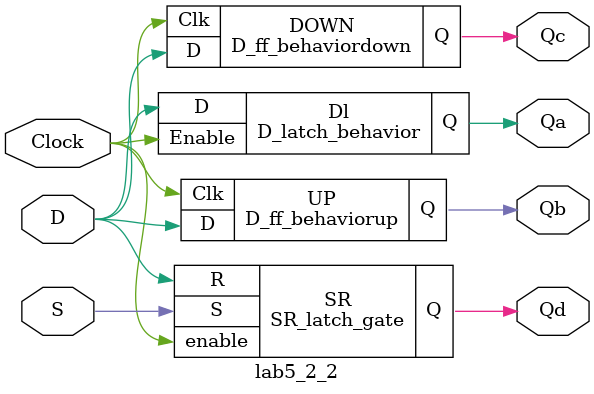
<source format=v>
`timescale 1ns / 1ps

module SR_latch_gate (input R, input S,input enable ,output reg Q); 
always @ (R or S or enable)
    if(enable)
    begin
    if(~S&R) Q<=0;
    if(S&~R) Q<=1;
    end
endmodule

module D_latch_behavior (input D, input Enable, output reg Q); 
always @ (D or Enable) 
	if(Enable) 
	begin 
		Q <= D; 
	end 
endmodule 

module D_ff_behaviorup (
input D, 
input Clk, 
output reg Q
); 
always @ (posedge Clk) 
//posedge±íÊ¾ÉÏÉýÑØ£¬ÏÂ½µÑØÓÃnegedge
	if(Clk) 
	begin 
		Q <= D; 
	end 
endmodule 

module D_ff_behaviordown (
input D, 
input Clk, 
output reg Q
); 
always @ (negedge Clk) 
//posedge±íÊ¾ÉÏÉýÑØ£¬ÏÂ½µÑØÓÃnegedge
	if(~Clk) 
	begin 
		Q <= D; 
	end 
endmodule 


module lab5_2_2(
    input  Clock,
    input  D,
    input  S, 
    output  Qa,
    output  Qb,
    output  Qc,
    output  Qd
    );
    SR_latch_gate SR (D,S,Clock,Qd);
    D_latch_behavior Dl(D,Clock,Qa);
    D_ff_behaviorup UP(D,Clock,Qb);
    D_ff_behaviordown DOWN (D,Clock,Qc);
    
endmodule

</source>
